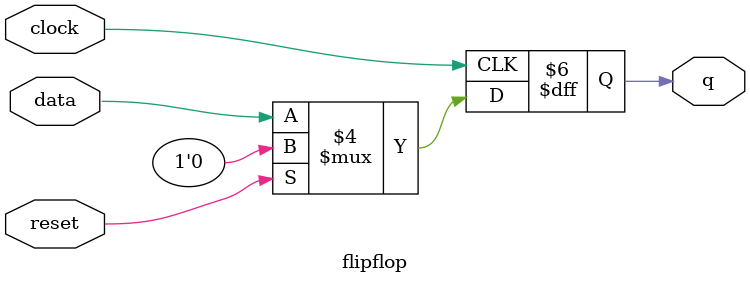
<source format=v>
module flipflop (
clock ,
reset ,
data ,
q 
);
//input ports
input clock ;
input data ;
input reset ;
//output ports
output q ;

// internal variable
wire clock ;
wire reset ;
reg q ;

//code
always @ (posedge clock)
begin: FLIPFLOP
	if (reset == 1'b1)begin
		q <= 1'b0;
	end
	else begin
		q <= data;	
	end
end

endmodule
</source>
